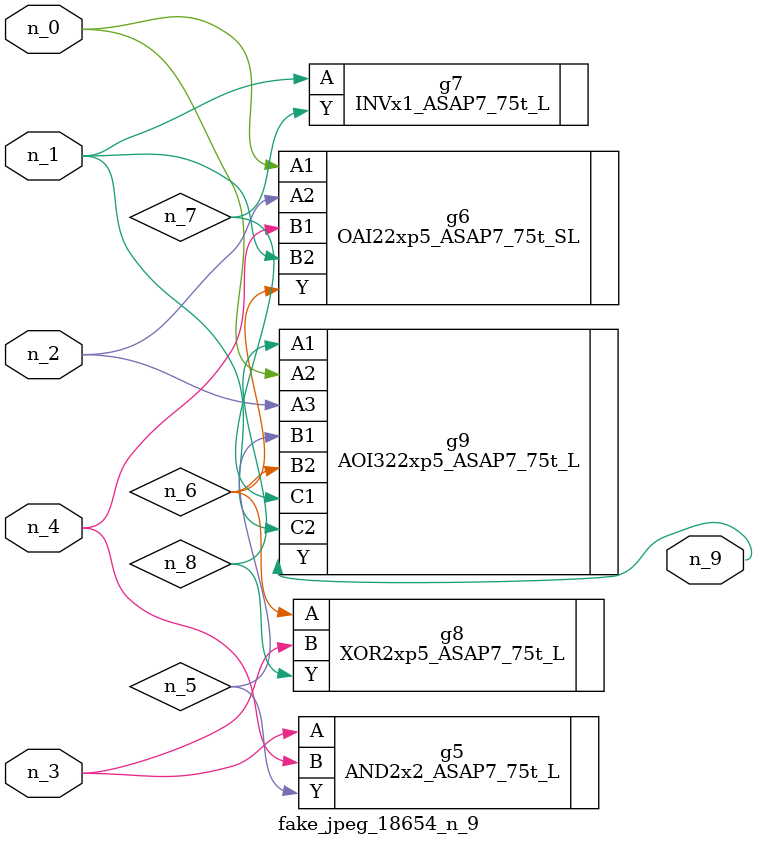
<source format=v>
module fake_jpeg_18654_n_9 (n_3, n_2, n_1, n_0, n_4, n_9);

input n_3;
input n_2;
input n_1;
input n_0;
input n_4;

output n_9;

wire n_8;
wire n_6;
wire n_5;
wire n_7;

AND2x2_ASAP7_75t_L g5 ( 
.A(n_3),
.B(n_4),
.Y(n_5)
);

OAI22xp5_ASAP7_75t_SL g6 ( 
.A1(n_0),
.A2(n_2),
.B1(n_4),
.B2(n_1),
.Y(n_6)
);

INVx1_ASAP7_75t_L g7 ( 
.A(n_1),
.Y(n_7)
);

XOR2xp5_ASAP7_75t_L g8 ( 
.A(n_6),
.B(n_3),
.Y(n_8)
);

AOI322xp5_ASAP7_75t_L g9 ( 
.A1(n_8),
.A2(n_0),
.A3(n_2),
.B1(n_5),
.B2(n_6),
.C1(n_7),
.C2(n_1),
.Y(n_9)
);


endmodule
</source>
